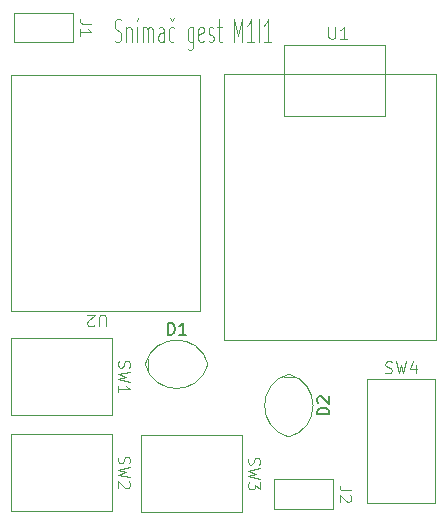
<source format=gbr>
%TF.GenerationSoftware,KiCad,Pcbnew,9.0.4+1*%
%TF.CreationDate,2025-09-23T18:14:48+02:00*%
%TF.ProjectId,PCB,5043422e-6b69-4636-9164-5f7063625858,rev?*%
%TF.SameCoordinates,Original*%
%TF.FileFunction,Legend,Top*%
%TF.FilePolarity,Positive*%
%FSLAX46Y46*%
G04 Gerber Fmt 4.6, Leading zero omitted, Abs format (unit mm)*
G04 Created by KiCad (PCBNEW 9.0.4+1) date 2025-09-23 18:14:48*
%MOMM*%
%LPD*%
G01*
G04 APERTURE LIST*
%ADD10C,0.100000*%
%ADD11C,0.150000*%
%ADD12C,0.120000*%
G04 APERTURE END LIST*
D10*
X-202243734Y11345200D02*
X-202100877Y11249961D01*
X-202100877Y11249961D02*
X-201862782Y11249961D01*
X-201862782Y11249961D02*
X-201767544Y11345200D01*
X-201767544Y11345200D02*
X-201719925Y11440438D01*
X-201719925Y11440438D02*
X-201672306Y11630914D01*
X-201672306Y11630914D02*
X-201672306Y11821390D01*
X-201672306Y11821390D02*
X-201719925Y12011866D01*
X-201719925Y12011866D02*
X-201767544Y12107104D01*
X-201767544Y12107104D02*
X-201862782Y12202342D01*
X-201862782Y12202342D02*
X-202053258Y12297580D01*
X-202053258Y12297580D02*
X-202148496Y12392819D01*
X-202148496Y12392819D02*
X-202196115Y12488057D01*
X-202196115Y12488057D02*
X-202243734Y12678533D01*
X-202243734Y12678533D02*
X-202243734Y12869009D01*
X-202243734Y12869009D02*
X-202196115Y13059485D01*
X-202196115Y13059485D02*
X-202148496Y13154723D01*
X-202148496Y13154723D02*
X-202053258Y13249961D01*
X-202053258Y13249961D02*
X-201815163Y13249961D01*
X-201815163Y13249961D02*
X-201672306Y13154723D01*
X-201243734Y12583295D02*
X-201243734Y11249961D01*
X-201243734Y12392819D02*
X-201196115Y12488057D01*
X-201196115Y12488057D02*
X-201100877Y12583295D01*
X-201100877Y12583295D02*
X-200958020Y12583295D01*
X-200958020Y12583295D02*
X-200862782Y12488057D01*
X-200862782Y12488057D02*
X-200815163Y12297580D01*
X-200815163Y12297580D02*
X-200815163Y11249961D01*
X-200338972Y11249961D02*
X-200338972Y12583295D01*
X-200243734Y13345200D02*
X-200386591Y13059485D01*
X-199862782Y11249961D02*
X-199862782Y12583295D01*
X-199862782Y12392819D02*
X-199815163Y12488057D01*
X-199815163Y12488057D02*
X-199719925Y12583295D01*
X-199719925Y12583295D02*
X-199577068Y12583295D01*
X-199577068Y12583295D02*
X-199481830Y12488057D01*
X-199481830Y12488057D02*
X-199434211Y12297580D01*
X-199434211Y12297580D02*
X-199434211Y11249961D01*
X-199434211Y12297580D02*
X-199386592Y12488057D01*
X-199386592Y12488057D02*
X-199291354Y12583295D01*
X-199291354Y12583295D02*
X-199148497Y12583295D01*
X-199148497Y12583295D02*
X-199053258Y12488057D01*
X-199053258Y12488057D02*
X-199005639Y12297580D01*
X-199005639Y12297580D02*
X-199005639Y11249961D01*
X-198100878Y11249961D02*
X-198100878Y12297580D01*
X-198100878Y12297580D02*
X-198148497Y12488057D01*
X-198148497Y12488057D02*
X-198243735Y12583295D01*
X-198243735Y12583295D02*
X-198434211Y12583295D01*
X-198434211Y12583295D02*
X-198529449Y12488057D01*
X-198100878Y11345200D02*
X-198196116Y11249961D01*
X-198196116Y11249961D02*
X-198434211Y11249961D01*
X-198434211Y11249961D02*
X-198529449Y11345200D01*
X-198529449Y11345200D02*
X-198577068Y11535676D01*
X-198577068Y11535676D02*
X-198577068Y11726152D01*
X-198577068Y11726152D02*
X-198529449Y11916628D01*
X-198529449Y11916628D02*
X-198434211Y12011866D01*
X-198434211Y12011866D02*
X-198196116Y12011866D01*
X-198196116Y12011866D02*
X-198100878Y12107104D01*
X-197196116Y11345200D02*
X-197291354Y11249961D01*
X-197291354Y11249961D02*
X-197481830Y11249961D01*
X-197481830Y11249961D02*
X-197577068Y11345200D01*
X-197577068Y11345200D02*
X-197624687Y11440438D01*
X-197624687Y11440438D02*
X-197672306Y11630914D01*
X-197672306Y11630914D02*
X-197672306Y12202342D01*
X-197672306Y12202342D02*
X-197624687Y12392819D01*
X-197624687Y12392819D02*
X-197577068Y12488057D01*
X-197577068Y12488057D02*
X-197481830Y12583295D01*
X-197481830Y12583295D02*
X-197291354Y12583295D01*
X-197291354Y12583295D02*
X-197196116Y12488057D01*
X-197577068Y13345200D02*
X-197386592Y13059485D01*
X-197386592Y13059485D02*
X-197196116Y13345200D01*
X-195577068Y12583295D02*
X-195577068Y10964247D01*
X-195577068Y10964247D02*
X-195624687Y10773771D01*
X-195624687Y10773771D02*
X-195672306Y10678533D01*
X-195672306Y10678533D02*
X-195767544Y10583295D01*
X-195767544Y10583295D02*
X-195910401Y10583295D01*
X-195910401Y10583295D02*
X-196005639Y10678533D01*
X-195577068Y11345200D02*
X-195672306Y11249961D01*
X-195672306Y11249961D02*
X-195862782Y11249961D01*
X-195862782Y11249961D02*
X-195958020Y11345200D01*
X-195958020Y11345200D02*
X-196005639Y11440438D01*
X-196005639Y11440438D02*
X-196053258Y11630914D01*
X-196053258Y11630914D02*
X-196053258Y12202342D01*
X-196053258Y12202342D02*
X-196005639Y12392819D01*
X-196005639Y12392819D02*
X-195958020Y12488057D01*
X-195958020Y12488057D02*
X-195862782Y12583295D01*
X-195862782Y12583295D02*
X-195672306Y12583295D01*
X-195672306Y12583295D02*
X-195577068Y12488057D01*
X-194719925Y11345200D02*
X-194815163Y11249961D01*
X-194815163Y11249961D02*
X-195005639Y11249961D01*
X-195005639Y11249961D02*
X-195100877Y11345200D01*
X-195100877Y11345200D02*
X-195148496Y11535676D01*
X-195148496Y11535676D02*
X-195148496Y12297580D01*
X-195148496Y12297580D02*
X-195100877Y12488057D01*
X-195100877Y12488057D02*
X-195005639Y12583295D01*
X-195005639Y12583295D02*
X-194815163Y12583295D01*
X-194815163Y12583295D02*
X-194719925Y12488057D01*
X-194719925Y12488057D02*
X-194672306Y12297580D01*
X-194672306Y12297580D02*
X-194672306Y12107104D01*
X-194672306Y12107104D02*
X-195148496Y11916628D01*
X-194291353Y11345200D02*
X-194196115Y11249961D01*
X-194196115Y11249961D02*
X-194005639Y11249961D01*
X-194005639Y11249961D02*
X-193910401Y11345200D01*
X-193910401Y11345200D02*
X-193862782Y11535676D01*
X-193862782Y11535676D02*
X-193862782Y11630914D01*
X-193862782Y11630914D02*
X-193910401Y11821390D01*
X-193910401Y11821390D02*
X-194005639Y11916628D01*
X-194005639Y11916628D02*
X-194148496Y11916628D01*
X-194148496Y11916628D02*
X-194243734Y12011866D01*
X-194243734Y12011866D02*
X-194291353Y12202342D01*
X-194291353Y12202342D02*
X-194291353Y12297580D01*
X-194291353Y12297580D02*
X-194243734Y12488057D01*
X-194243734Y12488057D02*
X-194148496Y12583295D01*
X-194148496Y12583295D02*
X-194005639Y12583295D01*
X-194005639Y12583295D02*
X-193910401Y12488057D01*
X-193577067Y12583295D02*
X-193196115Y12583295D01*
X-193434210Y13249961D02*
X-193434210Y11535676D01*
X-193434210Y11535676D02*
X-193386591Y11345200D01*
X-193386591Y11345200D02*
X-193291353Y11249961D01*
X-193291353Y11249961D02*
X-193196115Y11249961D01*
X-192100876Y11249961D02*
X-192100876Y13249961D01*
X-192100876Y13249961D02*
X-191767543Y11821390D01*
X-191767543Y11821390D02*
X-191434210Y13249961D01*
X-191434210Y13249961D02*
X-191434210Y11249961D01*
X-190434210Y11249961D02*
X-191005638Y11249961D01*
X-190719924Y11249961D02*
X-190719924Y13249961D01*
X-190719924Y13249961D02*
X-190815162Y12964247D01*
X-190815162Y12964247D02*
X-190910400Y12773771D01*
X-190910400Y12773771D02*
X-191005638Y12678533D01*
X-190005638Y11249961D02*
X-190005638Y13249961D01*
X-189005639Y11249961D02*
X-189577067Y11249961D01*
X-189291353Y11249961D02*
X-189291353Y13249961D01*
X-189291353Y13249961D02*
X-189386591Y12964247D01*
X-189386591Y12964247D02*
X-189481829Y12773771D01*
X-189481829Y12773771D02*
X-189577067Y12678533D01*
X-204207419Y12833333D02*
X-204921704Y12833333D01*
X-204921704Y12833333D02*
X-205064561Y12880952D01*
X-205064561Y12880952D02*
X-205159800Y12976190D01*
X-205159800Y12976190D02*
X-205207419Y13119047D01*
X-205207419Y13119047D02*
X-205207419Y13214285D01*
X-205207419Y11833333D02*
X-205207419Y12404761D01*
X-205207419Y12119047D02*
X-204207419Y12119047D01*
X-204207419Y12119047D02*
X-204350276Y12214285D01*
X-204350276Y12214285D02*
X-204445514Y12309523D01*
X-204445514Y12309523D02*
X-204493133Y12404761D01*
X-182207419Y-26666666D02*
X-182921704Y-26666666D01*
X-182921704Y-26666666D02*
X-183064561Y-26619047D01*
X-183064561Y-26619047D02*
X-183159800Y-26523809D01*
X-183159800Y-26523809D02*
X-183207419Y-26380952D01*
X-183207419Y-26380952D02*
X-183207419Y-26285714D01*
X-182302657Y-27095238D02*
X-182255038Y-27142857D01*
X-182255038Y-27142857D02*
X-182207419Y-27238095D01*
X-182207419Y-27238095D02*
X-182207419Y-27476190D01*
X-182207419Y-27476190D02*
X-182255038Y-27571428D01*
X-182255038Y-27571428D02*
X-182302657Y-27619047D01*
X-182302657Y-27619047D02*
X-182397895Y-27666666D01*
X-182397895Y-27666666D02*
X-182493133Y-27666666D01*
X-182493133Y-27666666D02*
X-182635990Y-27619047D01*
X-182635990Y-27619047D02*
X-183207419Y-27047619D01*
X-183207419Y-27047619D02*
X-183207419Y-27666666D01*
X-184146904Y12567580D02*
X-184146904Y11758057D01*
X-184146904Y11758057D02*
X-184099285Y11662819D01*
X-184099285Y11662819D02*
X-184051666Y11615200D01*
X-184051666Y11615200D02*
X-183956428Y11567580D01*
X-183956428Y11567580D02*
X-183765952Y11567580D01*
X-183765952Y11567580D02*
X-183670714Y11615200D01*
X-183670714Y11615200D02*
X-183623095Y11662819D01*
X-183623095Y11662819D02*
X-183575476Y11758057D01*
X-183575476Y11758057D02*
X-183575476Y12567580D01*
X-182575476Y11567580D02*
X-183146904Y11567580D01*
X-182861190Y11567580D02*
X-182861190Y12567580D01*
X-182861190Y12567580D02*
X-182956428Y12424723D01*
X-182956428Y12424723D02*
X-183051666Y12329485D01*
X-183051666Y12329485D02*
X-183146904Y12281866D01*
X-179333332Y-16709800D02*
X-179190475Y-16757419D01*
X-179190475Y-16757419D02*
X-178952380Y-16757419D01*
X-178952380Y-16757419D02*
X-178857142Y-16709800D01*
X-178857142Y-16709800D02*
X-178809523Y-16662180D01*
X-178809523Y-16662180D02*
X-178761904Y-16566942D01*
X-178761904Y-16566942D02*
X-178761904Y-16471704D01*
X-178761904Y-16471704D02*
X-178809523Y-16376466D01*
X-178809523Y-16376466D02*
X-178857142Y-16328847D01*
X-178857142Y-16328847D02*
X-178952380Y-16281228D01*
X-178952380Y-16281228D02*
X-179142856Y-16233609D01*
X-179142856Y-16233609D02*
X-179238094Y-16185990D01*
X-179238094Y-16185990D02*
X-179285713Y-16138371D01*
X-179285713Y-16138371D02*
X-179333332Y-16043133D01*
X-179333332Y-16043133D02*
X-179333332Y-15947895D01*
X-179333332Y-15947895D02*
X-179285713Y-15852657D01*
X-179285713Y-15852657D02*
X-179238094Y-15805038D01*
X-179238094Y-15805038D02*
X-179142856Y-15757419D01*
X-179142856Y-15757419D02*
X-178904761Y-15757419D01*
X-178904761Y-15757419D02*
X-178761904Y-15805038D01*
X-178428570Y-15757419D02*
X-178190475Y-16757419D01*
X-178190475Y-16757419D02*
X-177999999Y-16043133D01*
X-177999999Y-16043133D02*
X-177809523Y-16757419D01*
X-177809523Y-16757419D02*
X-177571428Y-15757419D01*
X-176761904Y-16090752D02*
X-176761904Y-16757419D01*
X-176999999Y-15709800D02*
X-177238094Y-16424085D01*
X-177238094Y-16424085D02*
X-176619047Y-16424085D01*
X-201909800Y-23816667D02*
X-201957419Y-23959524D01*
X-201957419Y-23959524D02*
X-201957419Y-24197619D01*
X-201957419Y-24197619D02*
X-201909800Y-24292857D01*
X-201909800Y-24292857D02*
X-201862180Y-24340476D01*
X-201862180Y-24340476D02*
X-201766942Y-24388095D01*
X-201766942Y-24388095D02*
X-201671704Y-24388095D01*
X-201671704Y-24388095D02*
X-201576466Y-24340476D01*
X-201576466Y-24340476D02*
X-201528847Y-24292857D01*
X-201528847Y-24292857D02*
X-201481228Y-24197619D01*
X-201481228Y-24197619D02*
X-201433609Y-24007143D01*
X-201433609Y-24007143D02*
X-201385990Y-23911905D01*
X-201385990Y-23911905D02*
X-201338371Y-23864286D01*
X-201338371Y-23864286D02*
X-201243133Y-23816667D01*
X-201243133Y-23816667D02*
X-201147895Y-23816667D01*
X-201147895Y-23816667D02*
X-201052657Y-23864286D01*
X-201052657Y-23864286D02*
X-201005038Y-23911905D01*
X-201005038Y-23911905D02*
X-200957419Y-24007143D01*
X-200957419Y-24007143D02*
X-200957419Y-24245238D01*
X-200957419Y-24245238D02*
X-201005038Y-24388095D01*
X-200957419Y-24721429D02*
X-201957419Y-24959524D01*
X-201957419Y-24959524D02*
X-201243133Y-25150000D01*
X-201243133Y-25150000D02*
X-201957419Y-25340476D01*
X-201957419Y-25340476D02*
X-200957419Y-25578572D01*
X-201052657Y-25911905D02*
X-201005038Y-25959524D01*
X-201005038Y-25959524D02*
X-200957419Y-26054762D01*
X-200957419Y-26054762D02*
X-200957419Y-26292857D01*
X-200957419Y-26292857D02*
X-201005038Y-26388095D01*
X-201005038Y-26388095D02*
X-201052657Y-26435714D01*
X-201052657Y-26435714D02*
X-201147895Y-26483333D01*
X-201147895Y-26483333D02*
X-201243133Y-26483333D01*
X-201243133Y-26483333D02*
X-201385990Y-26435714D01*
X-201385990Y-26435714D02*
X-201957419Y-25864286D01*
X-201957419Y-25864286D02*
X-201957419Y-26483333D01*
X-202988095Y-12792580D02*
X-202988095Y-11983057D01*
X-202988095Y-11983057D02*
X-203035714Y-11887819D01*
X-203035714Y-11887819D02*
X-203083333Y-11840200D01*
X-203083333Y-11840200D02*
X-203178571Y-11792580D01*
X-203178571Y-11792580D02*
X-203369047Y-11792580D01*
X-203369047Y-11792580D02*
X-203464285Y-11840200D01*
X-203464285Y-11840200D02*
X-203511904Y-11887819D01*
X-203511904Y-11887819D02*
X-203559523Y-11983057D01*
X-203559523Y-11983057D02*
X-203559523Y-12792580D01*
X-203988095Y-12697342D02*
X-204035714Y-12744961D01*
X-204035714Y-12744961D02*
X-204130952Y-12792580D01*
X-204130952Y-12792580D02*
X-204369047Y-12792580D01*
X-204369047Y-12792580D02*
X-204464285Y-12744961D01*
X-204464285Y-12744961D02*
X-204511904Y-12697342D01*
X-204511904Y-12697342D02*
X-204559523Y-12602104D01*
X-204559523Y-12602104D02*
X-204559523Y-12506866D01*
X-204559523Y-12506866D02*
X-204511904Y-12364009D01*
X-204511904Y-12364009D02*
X-203940476Y-11792580D01*
X-203940476Y-11792580D02*
X-204559523Y-11792580D01*
X-190909800Y-23916667D02*
X-190957419Y-24059524D01*
X-190957419Y-24059524D02*
X-190957419Y-24297619D01*
X-190957419Y-24297619D02*
X-190909800Y-24392857D01*
X-190909800Y-24392857D02*
X-190862180Y-24440476D01*
X-190862180Y-24440476D02*
X-190766942Y-24488095D01*
X-190766942Y-24488095D02*
X-190671704Y-24488095D01*
X-190671704Y-24488095D02*
X-190576466Y-24440476D01*
X-190576466Y-24440476D02*
X-190528847Y-24392857D01*
X-190528847Y-24392857D02*
X-190481228Y-24297619D01*
X-190481228Y-24297619D02*
X-190433609Y-24107143D01*
X-190433609Y-24107143D02*
X-190385990Y-24011905D01*
X-190385990Y-24011905D02*
X-190338371Y-23964286D01*
X-190338371Y-23964286D02*
X-190243133Y-23916667D01*
X-190243133Y-23916667D02*
X-190147895Y-23916667D01*
X-190147895Y-23916667D02*
X-190052657Y-23964286D01*
X-190052657Y-23964286D02*
X-190005038Y-24011905D01*
X-190005038Y-24011905D02*
X-189957419Y-24107143D01*
X-189957419Y-24107143D02*
X-189957419Y-24345238D01*
X-189957419Y-24345238D02*
X-190005038Y-24488095D01*
X-189957419Y-24821429D02*
X-190957419Y-25059524D01*
X-190957419Y-25059524D02*
X-190243133Y-25250000D01*
X-190243133Y-25250000D02*
X-190957419Y-25440476D01*
X-190957419Y-25440476D02*
X-189957419Y-25678572D01*
X-189957419Y-25964286D02*
X-189957419Y-26583333D01*
X-189957419Y-26583333D02*
X-190338371Y-26250000D01*
X-190338371Y-26250000D02*
X-190338371Y-26392857D01*
X-190338371Y-26392857D02*
X-190385990Y-26488095D01*
X-190385990Y-26488095D02*
X-190433609Y-26535714D01*
X-190433609Y-26535714D02*
X-190528847Y-26583333D01*
X-190528847Y-26583333D02*
X-190766942Y-26583333D01*
X-190766942Y-26583333D02*
X-190862180Y-26535714D01*
X-190862180Y-26535714D02*
X-190909800Y-26488095D01*
X-190909800Y-26488095D02*
X-190957419Y-26392857D01*
X-190957419Y-26392857D02*
X-190957419Y-26107143D01*
X-190957419Y-26107143D02*
X-190909800Y-26011905D01*
X-190909800Y-26011905D02*
X-190862180Y-25964286D01*
D11*
X-197738094Y-13494819D02*
X-197738094Y-12494819D01*
X-197738094Y-12494819D02*
X-197499999Y-12494819D01*
X-197499999Y-12494819D02*
X-197357142Y-12542438D01*
X-197357142Y-12542438D02*
X-197261904Y-12637676D01*
X-197261904Y-12637676D02*
X-197214285Y-12732914D01*
X-197214285Y-12732914D02*
X-197166666Y-12923390D01*
X-197166666Y-12923390D02*
X-197166666Y-13066247D01*
X-197166666Y-13066247D02*
X-197214285Y-13256723D01*
X-197214285Y-13256723D02*
X-197261904Y-13351961D01*
X-197261904Y-13351961D02*
X-197357142Y-13447200D01*
X-197357142Y-13447200D02*
X-197499999Y-13494819D01*
X-197499999Y-13494819D02*
X-197738094Y-13494819D01*
X-196214285Y-13494819D02*
X-196785713Y-13494819D01*
X-196499999Y-13494819D02*
X-196499999Y-12494819D01*
X-196499999Y-12494819D02*
X-196595237Y-12637676D01*
X-196595237Y-12637676D02*
X-196690475Y-12732914D01*
X-196690475Y-12732914D02*
X-196785713Y-12780533D01*
X-184085180Y-20238094D02*
X-185085180Y-20238094D01*
X-185085180Y-20238094D02*
X-185085180Y-19999999D01*
X-185085180Y-19999999D02*
X-185037561Y-19857142D01*
X-185037561Y-19857142D02*
X-184942323Y-19761904D01*
X-184942323Y-19761904D02*
X-184847085Y-19714285D01*
X-184847085Y-19714285D02*
X-184656609Y-19666666D01*
X-184656609Y-19666666D02*
X-184513752Y-19666666D01*
X-184513752Y-19666666D02*
X-184323276Y-19714285D01*
X-184323276Y-19714285D02*
X-184228038Y-19761904D01*
X-184228038Y-19761904D02*
X-184132800Y-19857142D01*
X-184132800Y-19857142D02*
X-184085180Y-19999999D01*
X-184085180Y-19999999D02*
X-184085180Y-20238094D01*
X-184989942Y-19285713D02*
X-185037561Y-19238094D01*
X-185037561Y-19238094D02*
X-185085180Y-19142856D01*
X-185085180Y-19142856D02*
X-185085180Y-18904761D01*
X-185085180Y-18904761D02*
X-185037561Y-18809523D01*
X-185037561Y-18809523D02*
X-184989942Y-18761904D01*
X-184989942Y-18761904D02*
X-184894704Y-18714285D01*
X-184894704Y-18714285D02*
X-184799466Y-18714285D01*
X-184799466Y-18714285D02*
X-184656609Y-18761904D01*
X-184656609Y-18761904D02*
X-184085180Y-19333332D01*
X-184085180Y-19333332D02*
X-184085180Y-18714285D01*
D10*
X-201909800Y-15716667D02*
X-201957419Y-15859524D01*
X-201957419Y-15859524D02*
X-201957419Y-16097619D01*
X-201957419Y-16097619D02*
X-201909800Y-16192857D01*
X-201909800Y-16192857D02*
X-201862180Y-16240476D01*
X-201862180Y-16240476D02*
X-201766942Y-16288095D01*
X-201766942Y-16288095D02*
X-201671704Y-16288095D01*
X-201671704Y-16288095D02*
X-201576466Y-16240476D01*
X-201576466Y-16240476D02*
X-201528847Y-16192857D01*
X-201528847Y-16192857D02*
X-201481228Y-16097619D01*
X-201481228Y-16097619D02*
X-201433609Y-15907143D01*
X-201433609Y-15907143D02*
X-201385990Y-15811905D01*
X-201385990Y-15811905D02*
X-201338371Y-15764286D01*
X-201338371Y-15764286D02*
X-201243133Y-15716667D01*
X-201243133Y-15716667D02*
X-201147895Y-15716667D01*
X-201147895Y-15716667D02*
X-201052657Y-15764286D01*
X-201052657Y-15764286D02*
X-201005038Y-15811905D01*
X-201005038Y-15811905D02*
X-200957419Y-15907143D01*
X-200957419Y-15907143D02*
X-200957419Y-16145238D01*
X-200957419Y-16145238D02*
X-201005038Y-16288095D01*
X-200957419Y-16621429D02*
X-201957419Y-16859524D01*
X-201957419Y-16859524D02*
X-201243133Y-17050000D01*
X-201243133Y-17050000D02*
X-201957419Y-17240476D01*
X-201957419Y-17240476D02*
X-200957419Y-17478572D01*
X-201957419Y-18383333D02*
X-201957419Y-17811905D01*
X-201957419Y-18097619D02*
X-200957419Y-18097619D01*
X-200957419Y-18097619D02*
X-201100276Y-18002381D01*
X-201100276Y-18002381D02*
X-201195514Y-17907143D01*
X-201195514Y-17907143D02*
X-201243133Y-17811905D01*
%TO.C,J1*%
X-205750000Y13750000D02*
X-210750000Y13750000D01*
X-210750000Y11250000D01*
X-205750000Y11250000D01*
X-205750000Y13750000D01*
%TO.C,J2*%
X-183750000Y-25750000D02*
X-188750000Y-25750000D01*
X-188750000Y-28250000D01*
X-183750000Y-28250000D01*
X-183750000Y-25750000D01*
%TO.C,U1*%
X-193005000Y8565000D02*
X-175005000Y8565000D01*
X-175005000Y-13975000D01*
X-193005000Y-13975000D01*
X-193005000Y8565000D01*
X-187885000Y11025000D02*
X-179385000Y11025000D01*
X-179385000Y5025000D01*
X-187885000Y5025000D01*
X-187885000Y11025000D01*
%TO.C,SW4*%
X-180900000Y-17250000D02*
X-175100000Y-17250000D01*
X-175100000Y-27750000D01*
X-180900000Y-27750000D01*
X-180900000Y-17250000D01*
%TO.C,SW2*%
X-202500000Y-21900000D02*
X-211000000Y-21900000D01*
X-211000000Y-28400000D01*
X-202500000Y-28400000D01*
X-202500000Y-21900000D01*
%TO.C,U2*%
X-195000000Y-11500000D02*
X-211000000Y-11500000D01*
X-211000000Y8500000D01*
X-195000000Y8500000D01*
X-195000000Y-11500000D01*
%TO.C,SW3*%
X-191500000Y-22000000D02*
X-200000000Y-22000000D01*
X-200000000Y-28500000D01*
X-191500000Y-28500000D01*
X-191500000Y-22000000D01*
D12*
%TO.C,D1*%
X-199420000Y-15596000D02*
X-199420000Y-16404000D01*
X-199660000Y-16000000D02*
G75*
G02*
X-194340000Y-16000000I2660000J-699999D01*
G01*
X-194340000Y-16000000D02*
G75*
G02*
X-199660000Y-16000000I-2660000J699999D01*
G01*
%TO.C,D2*%
X-187096000Y-17080000D02*
X-187904000Y-17080000D01*
X-187500000Y-16840000D02*
G75*
G02*
X-187500000Y-22160000I-699999J-2660000D01*
G01*
X-187500000Y-22160000D02*
G75*
G02*
X-187500000Y-16840000I699999J2660000D01*
G01*
%TO.C,SW1*%
D10*
X-202500000Y-13800000D02*
X-211000000Y-13800000D01*
X-211000000Y-20300000D01*
X-202500000Y-20300000D01*
X-202500000Y-13800000D01*
%TD*%
M02*

</source>
